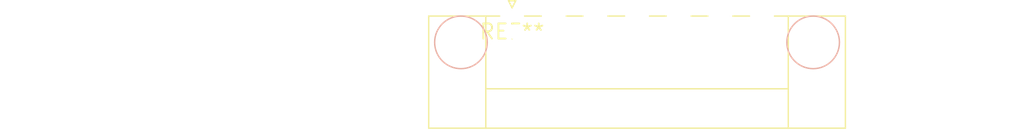
<source format=kicad_pcb>
(kicad_pcb (version 20240108) (generator pcbnew)
  (layers (0 "F.Cu" signal) (31 "B.Cu" signal) (34 "B.Paste" user) (35 "F.Paste" user) (36 "B.SilkS" user "B.Silkscreen") (37 "F.SilkS" user "F.Silkscreen") (38 "B.Mask" user) (39 "F.Mask" user) (44 "Edge.Cuts" user))
  (net 0 "")
  (footprint "PhoenixContact_MC_1,5_7-GF-3.5_1x07_P3.50mm_Horizontal_ThreadedFlange_MountHole" (layer "F.Cu") (at 0 0)
    (property "Reference" "REF**")
    (property "Value" "PhoenixContact_MC_1,5_7-GF-3.5_1x07_P3.50mm_Horizontal_ThreadedFlange_MountHole")
    (fp_circle (center -4.3 0.9) (end -2.09 0.9) (layer "B.SilkS") (stroke (width 0.12)) (fill none))
    (fp_circle (center 25.3 0.9) (end 27.51 0.9) (layer "B.SilkS") (stroke (width 0.12)) (fill none))
    (fp_line (start -7.01 -1.31) (end -7.01 8.11) (layer "F.SilkS") (stroke (width 0.12)))
    (fp_line (start -7.01 -1.31) (end -1.05 -1.31) (layer "F.SilkS") (stroke (width 0.12)))
    (fp_line (start -7.01 8.11) (end 28.01 8.11) (layer "F.SilkS") (stroke (width 0.12)))
    (fp_line (start -2.21 -1.31) (end -2.21 8.11) (layer "F.SilkS") (stroke (width 0.12)))
    (fp_line (start -2.21 4.8) (end 23.21 4.8) (layer "F.SilkS") (stroke (width 0.12)))
    (fp_line (start -0.3 -2.6) (end 0.3 -2.6) (layer "F.SilkS") (stroke (width 0.12)))
    (fp_line (start 0 -2) (end -0.3 -2.6) (layer "F.SilkS") (stroke (width 0.12)))
    (fp_line (start 0.3 -2.6) (end 0 -2) (layer "F.SilkS") (stroke (width 0.12)))
    (fp_line (start 1.05 -1.31) (end 2.45 -1.31) (layer "F.SilkS") (stroke (width 0.12)))
    (fp_line (start 4.55 -1.31) (end 5.95 -1.31) (layer "F.SilkS") (stroke (width 0.12)))
    (fp_line (start 8.05 -1.31) (end 9.45 -1.31) (layer "F.SilkS") (stroke (width 0.12)))
    (fp_line (start 11.55 -1.31) (end 12.95 -1.31) (layer "F.SilkS") (stroke (width 0.12)))
    (fp_line (start 15.05 -1.31) (end 16.45 -1.31) (layer "F.SilkS") (stroke (width 0.12)))
    (fp_line (start 18.55 -1.31) (end 19.95 -1.31) (layer "F.SilkS") (stroke (width 0.12)))
    (fp_line (start 23.21 -1.31) (end 23.21 8.11) (layer "F.SilkS") (stroke (width 0.12)))
    (fp_line (start 28.01 -1.31) (end 22.05 -1.31) (layer "F.SilkS") (stroke (width 0.12)))
    (fp_line (start 28.01 8.11) (end 28.01 -1.31) (layer "F.SilkS") (stroke (width 0.12)))
    (pad "" np_thru_hole circle (at -4.3 0.9) (size 2.4 2.4) (drill 2.4) (layers *.Cu *.Mask))
    (pad "" np_thru_hole circle (at 25.3 0.9) (size 2.4 2.4) (drill 2.4) (layers *.Cu *.Mask))
    (pad "1" thru_hole roundrect (at 0 0) (size 1.8 3.6) (drill 1.2) (layers *.Cu *.Mask) (remove_unused_layers) (roundrect_rratio 0.138889))
    (pad "2" thru_hole oval (at 3.5 0) (size 1.8 3.6) (drill 1.2) (layers *.Cu *.Mask) (remove_unused_layers))
    (pad "3" thru_hole oval (at 7 0) (size 1.8 3.6) (drill 1.2) (layers *.Cu *.Mask) (remove_unused_layers))
    (pad "4" thru_hole oval (at 10.5 0) (size 1.8 3.6) (drill 1.2) (layers *.Cu *.Mask) (remove_unused_layers))
    (pad "5" thru_hole oval (at 14 0) (size 1.8 3.6) (drill 1.2) (layers *.Cu *.Mask) (remove_unused_layers))
    (pad "6" thru_hole oval (at 17.5 0) (size 1.8 3.6) (drill 1.2) (layers *.Cu *.Mask) (remove_unused_layers))
    (pad "7" thru_hole oval (at 21 0) (size 1.8 3.6) (drill 1.2) (layers *.Cu *.Mask) (remove_unused_layers))
  )
)
</source>
